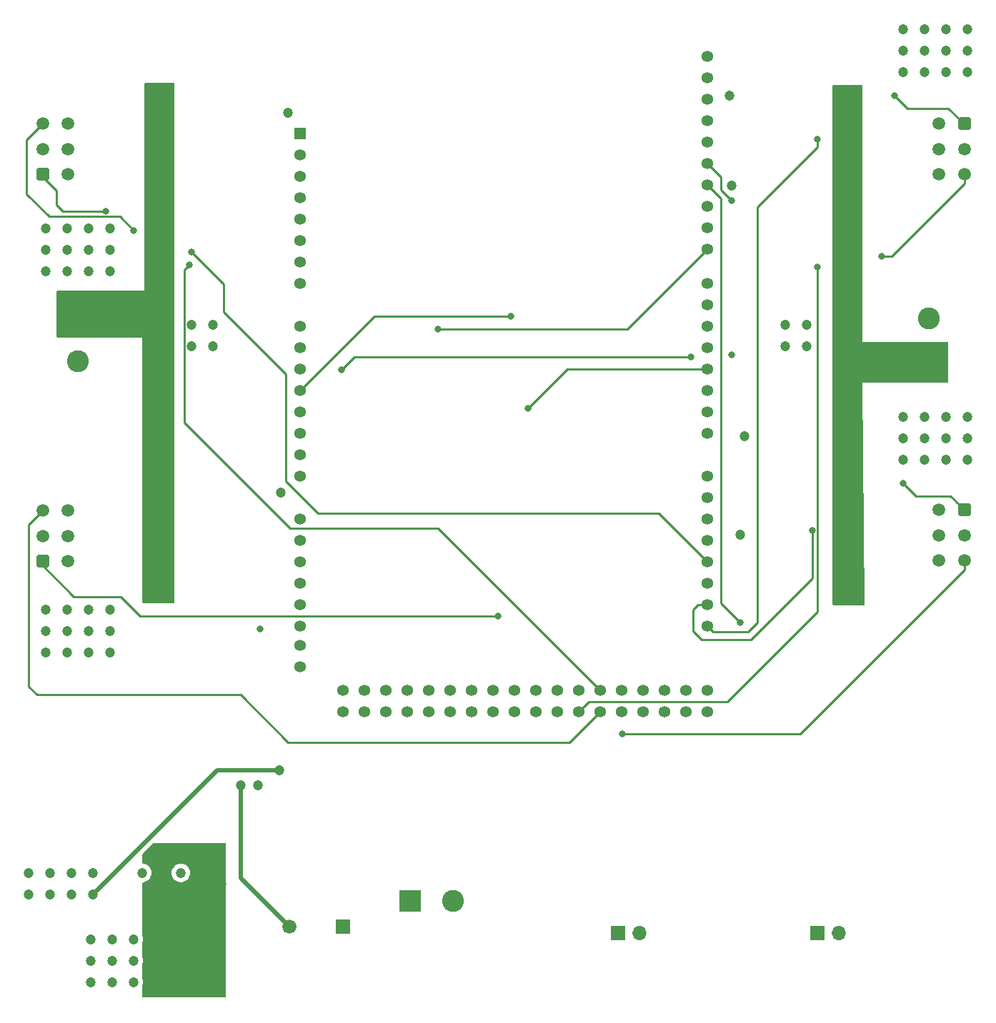
<source format=gbr>
%TF.GenerationSoftware,KiCad,Pcbnew,7.0.6*%
%TF.CreationDate,2023-07-10T17:04:03+08:00*%
%TF.ProjectId,rbc_circuits,7262635f-6369-4726-9375-6974732e6b69,1.0*%
%TF.SameCoordinates,Original*%
%TF.FileFunction,Copper,L4,Bot*%
%TF.FilePolarity,Positive*%
%FSLAX46Y46*%
G04 Gerber Fmt 4.6, Leading zero omitted, Abs format (unit mm)*
G04 Created by KiCad (PCBNEW 7.0.6) date 2023-07-10 17:04:03*
%MOMM*%
%LPD*%
G01*
G04 APERTURE LIST*
G04 Aperture macros list*
%AMRoundRect*
0 Rectangle with rounded corners*
0 $1 Rounding radius*
0 $2 $3 $4 $5 $6 $7 $8 $9 X,Y pos of 4 corners*
0 Add a 4 corners polygon primitive as box body*
4,1,4,$2,$3,$4,$5,$6,$7,$8,$9,$2,$3,0*
0 Add four circle primitives for the rounded corners*
1,1,$1+$1,$2,$3*
1,1,$1+$1,$4,$5*
1,1,$1+$1,$6,$7*
1,1,$1+$1,$8,$9*
0 Add four rect primitives between the rounded corners*
20,1,$1+$1,$2,$3,$4,$5,0*
20,1,$1+$1,$4,$5,$6,$7,0*
20,1,$1+$1,$6,$7,$8,$9,0*
20,1,$1+$1,$8,$9,$2,$3,0*%
G04 Aperture macros list end*
%TA.AperFunction,ComponentPad*%
%ADD10RoundRect,0.250001X-0.499999X0.499999X-0.499999X-0.499999X0.499999X-0.499999X0.499999X0.499999X0*%
%TD*%
%TA.AperFunction,ComponentPad*%
%ADD11C,1.500000*%
%TD*%
%TA.AperFunction,ComponentPad*%
%ADD12R,2.600000X2.600000*%
%TD*%
%TA.AperFunction,ComponentPad*%
%ADD13C,2.600000*%
%TD*%
%TA.AperFunction,ComponentPad*%
%ADD14R,1.700000X1.700000*%
%TD*%
%TA.AperFunction,ComponentPad*%
%ADD15O,1.700000X1.700000*%
%TD*%
%TA.AperFunction,ComponentPad*%
%ADD16R,1.680000X1.680000*%
%TD*%
%TA.AperFunction,ComponentPad*%
%ADD17C,1.680000*%
%TD*%
%TA.AperFunction,ComponentPad*%
%ADD18RoundRect,0.250001X0.499999X-0.499999X0.499999X0.499999X-0.499999X0.499999X-0.499999X-0.499999X0*%
%TD*%
%TA.AperFunction,ComponentPad*%
%ADD19C,1.358000*%
%TD*%
%TA.AperFunction,ComponentPad*%
%ADD20R,1.358000X1.358000*%
%TD*%
%TA.AperFunction,ViaPad*%
%ADD21C,1.200000*%
%TD*%
%TA.AperFunction,ViaPad*%
%ADD22C,0.800000*%
%TD*%
%TA.AperFunction,Conductor*%
%ADD23C,0.250000*%
%TD*%
%TA.AperFunction,Conductor*%
%ADD24C,0.500000*%
%TD*%
G04 APERTURE END LIST*
D10*
%TO.P,J7,1,Pin_1*%
%TO.N,4_HALL_A*%
X163200000Y-56038000D03*
D11*
%TO.P,J7,2,Pin_2*%
%TO.N,+5V*%
X163200000Y-59038000D03*
%TO.P,J7,3,Pin_3*%
%TO.N,4_HALL_B*%
X163200000Y-62038000D03*
%TO.P,J7,4,Pin_4*%
%TO.N,4_LOUT*%
X160200000Y-56038000D03*
%TO.P,J7,5,Pin_5*%
%TO.N,GND*%
X160200000Y-59038000D03*
%TO.P,J7,6,Pin_6*%
%TO.N,4_ROUT*%
X160200000Y-62038000D03*
%TD*%
D12*
%TO.P,J6,1,Pin_1*%
%TO.N,+12V*%
X58170000Y-79104000D03*
D13*
%TO.P,J6,2,Pin_2*%
%TO.N,GND*%
X58170000Y-84184000D03*
%TD*%
D12*
%TO.P,J1,1,Pin_1*%
%TO.N,Net-(J1-Pin_1)*%
X97540000Y-148192000D03*
D13*
%TO.P,J1,2,Pin_2*%
%TO.N,GND*%
X102620000Y-148192000D03*
%TD*%
D14*
%TO.P,J2,1,Pin_1*%
%TO.N,+5V*%
X145800000Y-152002000D03*
D15*
%TO.P,J2,2,Pin_2*%
%TO.N,GND*%
X148340000Y-152002000D03*
%TD*%
D10*
%TO.P,J8,1,Pin_1*%
%TO.N,3_HALL_A*%
X163200000Y-101854000D03*
D11*
%TO.P,J8,2,Pin_2*%
%TO.N,+5V*%
X163200000Y-104854000D03*
%TO.P,J8,3,Pin_3*%
%TO.N,3_HALL_B*%
X163200000Y-107854000D03*
%TO.P,J8,4,Pin_4*%
%TO.N,3_LOUT*%
X160200000Y-101854000D03*
%TO.P,J8,5,Pin_5*%
%TO.N,GND*%
X160200000Y-104854000D03*
%TO.P,J8,6,Pin_6*%
%TO.N,3_ROUT*%
X160200000Y-107854000D03*
%TD*%
D14*
%TO.P,J3,1,Pin_1*%
%TO.N,PI_TX*%
X122173000Y-152002000D03*
D15*
%TO.P,J3,2,Pin_2*%
%TO.N,PI_RX*%
X124713000Y-152002000D03*
%TD*%
D16*
%TO.P,JP2,1,1*%
%TO.N,Net-(J1-Pin_1)*%
X89585000Y-151245000D03*
D17*
%TO.P,JP2,2,2*%
%TO.N,+BATT*%
X83235000Y-151245000D03*
%TD*%
D12*
%TO.P,J9,1,Pin_1*%
%TO.N,+12P*%
X159006000Y-84194000D03*
D13*
%TO.P,J9,2,Pin_2*%
%TO.N,GND*%
X159006000Y-79114000D03*
%TD*%
D18*
%TO.P,J5,1,Pin_1*%
%TO.N,2_HALL_A*%
X53976000Y-107916000D03*
D11*
%TO.P,J5,2,Pin_2*%
%TO.N,+5V*%
X53976000Y-104916000D03*
%TO.P,J5,3,Pin_3*%
%TO.N,2_HALL_B*%
X53976000Y-101916000D03*
%TO.P,J5,4,Pin_4*%
%TO.N,2_LOUT*%
X56976000Y-107916000D03*
%TO.P,J5,5,Pin_5*%
%TO.N,GND*%
X56976000Y-104916000D03*
%TO.P,J5,6,Pin_6*%
%TO.N,2_ROUT*%
X56976000Y-101916000D03*
%TD*%
D18*
%TO.P,J4,1,Pin_1*%
%TO.N,1_HALL_A*%
X53976000Y-62038000D03*
D11*
%TO.P,J4,2,Pin_2*%
%TO.N,+5V*%
X53976000Y-59038000D03*
%TO.P,J4,3,Pin_3*%
%TO.N,1_HALL_B*%
X53976000Y-56038000D03*
%TO.P,J4,4,Pin_4*%
%TO.N,1_LOUT*%
X56976000Y-62038000D03*
%TO.P,J4,5,Pin_5*%
%TO.N,GND*%
X56976000Y-59038000D03*
%TO.P,J4,6,Pin_6*%
%TO.N,1_ROUT*%
X56976000Y-56038000D03*
%TD*%
D19*
%TO.P,A1,0,0*%
%TO.N,unconnected-(A1-Pad0)*%
X132718000Y-92730000D03*
%TO.P,A1,1,1*%
%TO.N,unconnected-(A1-Pad1)*%
X132718000Y-90190000D03*
%TO.P,A1,2,2*%
%TO.N,1_LPWM*%
X132718000Y-87650000D03*
%TO.P,A1,3,3*%
%TO.N,2_LPWM*%
X132718000Y-85110000D03*
%TO.P,A1,3V3,+3V3*%
%TO.N,unconnected-(A1-+3V3-Pad3V3)*%
X84458000Y-64790000D03*
%TO.P,A1,4,4*%
%TO.N,unconnected-(A1-Pad4)*%
X132718000Y-82570000D03*
%TO.P,A1,5,5*%
%TO.N,3_LPWM*%
X132718000Y-80030000D03*
%TO.P,A1,5V_1,+5V_1*%
%TO.N,+5V*%
X84458000Y-67330000D03*
%TO.P,A1,5V_2,+5V_2*%
%TO.N,unconnected-(A1-+5V_2-Pad5V_2)*%
X132718000Y-123210000D03*
%TO.P,A1,5V_3,+5V_3*%
%TO.N,unconnected-(A1-+5V_3-Pad5V_3)*%
X132718000Y-125750000D03*
%TO.P,A1,6,6*%
%TO.N,4_LPWM*%
X132718000Y-77490000D03*
%TO.P,A1,7,7*%
%TO.N,1_RPWM*%
X132718000Y-74950000D03*
%TO.P,A1,8,8*%
%TO.N,2_RPWM*%
X132718000Y-70886000D03*
%TO.P,A1,9,9*%
%TO.N,unconnected-(A1-Pad9)*%
X132718000Y-68346000D03*
%TO.P,A1,10,10*%
%TO.N,unconnected-(A1-Pad10)*%
X132718000Y-65806000D03*
%TO.P,A1,11,11*%
%TO.N,3_RPWM*%
X132718000Y-63266000D03*
%TO.P,A1,12,12*%
%TO.N,4_RPWM*%
X132718000Y-60726000D03*
%TO.P,A1,13,13*%
%TO.N,unconnected-(A1-Pad13)*%
X132718000Y-58186000D03*
%TO.P,A1,14,14*%
%TO.N,Net-(A1-Pad14)*%
X132718000Y-97810000D03*
%TO.P,A1,15,15*%
%TO.N,PI_TX*%
X132718000Y-100350000D03*
%TO.P,A1,16,16*%
%TO.N,unconnected-(A1-Pad16)*%
X132718000Y-102890000D03*
%TO.P,A1,17,17*%
%TO.N,unconnected-(A1-Pad17)*%
X132718000Y-105430000D03*
%TO.P,A1,18,18*%
%TO.N,1_HALL_A*%
X132718000Y-107970000D03*
%TO.P,A1,19,19*%
%TO.N,2_HALL_A*%
X132718000Y-110510000D03*
%TO.P,A1,20,20*%
%TO.N,3_HALL_A*%
X132718000Y-113050000D03*
%TO.P,A1,21,21*%
%TO.N,4_HALL_A*%
X132718000Y-115590000D03*
%TO.P,A1,22,22*%
%TO.N,unconnected-(A1-Pad22)*%
X130178000Y-123210000D03*
%TO.P,A1,23,23*%
%TO.N,unconnected-(A1-Pad23)*%
X130178000Y-125750000D03*
%TO.P,A1,24,24*%
%TO.N,unconnected-(A1-Pad24)*%
X127638000Y-123210000D03*
%TO.P,A1,25,25*%
%TO.N,unconnected-(A1-Pad25)*%
X127638000Y-125750000D03*
%TO.P,A1,26,26*%
%TO.N,unconnected-(A1-Pad26)*%
X125098000Y-123210000D03*
%TO.P,A1,27,27*%
%TO.N,unconnected-(A1-Pad27)*%
X125098000Y-125750000D03*
%TO.P,A1,28,28*%
%TO.N,unconnected-(A1-Pad28)*%
X122558000Y-123210000D03*
%TO.P,A1,29,29*%
%TO.N,unconnected-(A1-Pad29)*%
X122558000Y-125750000D03*
%TO.P,A1,30,30*%
%TO.N,1_HALL_B*%
X120018000Y-123210000D03*
%TO.P,A1,31,31*%
%TO.N,2_HALL_B*%
X120018000Y-125750000D03*
%TO.P,A1,32,32*%
%TO.N,3_HALL_B*%
X117478000Y-123210000D03*
%TO.P,A1,33,33*%
%TO.N,4_HALL_B*%
X117478000Y-125750000D03*
%TO.P,A1,34,34*%
%TO.N,unconnected-(A1-Pad34)*%
X114938000Y-123210000D03*
%TO.P,A1,35,35*%
%TO.N,unconnected-(A1-Pad35)*%
X114938000Y-125750000D03*
%TO.P,A1,36,36*%
%TO.N,unconnected-(A1-Pad36)*%
X112398000Y-123210000D03*
%TO.P,A1,37,37*%
%TO.N,unconnected-(A1-Pad37)*%
X112398000Y-125750000D03*
%TO.P,A1,38,38*%
%TO.N,unconnected-(A1-Pad38)*%
X109858000Y-123210000D03*
%TO.P,A1,39,39*%
%TO.N,unconnected-(A1-Pad39)*%
X109858000Y-125750000D03*
%TO.P,A1,40,40*%
%TO.N,unconnected-(A1-Pad40)*%
X107318000Y-123210000D03*
%TO.P,A1,41,41*%
%TO.N,unconnected-(A1-Pad41)*%
X107318000Y-125750000D03*
%TO.P,A1,42,42*%
%TO.N,unconnected-(A1-Pad42)*%
X104778000Y-123210000D03*
%TO.P,A1,43,43*%
%TO.N,unconnected-(A1-Pad43)*%
X104778000Y-125750000D03*
%TO.P,A1,44,44*%
%TO.N,unconnected-(A1-Pad44)*%
X102238000Y-123210000D03*
%TO.P,A1,45,45*%
%TO.N,unconnected-(A1-Pad45)*%
X102238000Y-125750000D03*
%TO.P,A1,46,46*%
%TO.N,unconnected-(A1-Pad46)*%
X99698000Y-123210000D03*
%TO.P,A1,47,47*%
%TO.N,unconnected-(A1-Pad47)*%
X99698000Y-125750000D03*
%TO.P,A1,48,48*%
%TO.N,unconnected-(A1-Pad48)*%
X97158000Y-123210000D03*
%TO.P,A1,49,49*%
%TO.N,unconnected-(A1-Pad49)*%
X97158000Y-125750000D03*
%TO.P,A1,50,50*%
%TO.N,unconnected-(A1-Pad50)*%
X94618000Y-123210000D03*
%TO.P,A1,51,51*%
%TO.N,unconnected-(A1-Pad51)*%
X94618000Y-125750000D03*
%TO.P,A1,52,52*%
%TO.N,unconnected-(A1-Pad52)*%
X92078000Y-123210000D03*
%TO.P,A1,53,53*%
%TO.N,unconnected-(A1-Pad53)*%
X92078000Y-125750000D03*
%TO.P,A1,AD0,AD0*%
%TO.N,1_IS*%
X84458000Y-80030000D03*
%TO.P,A1,AD1,AD1*%
%TO.N,2_IS*%
X84458000Y-82570000D03*
%TO.P,A1,AD2,AD2*%
%TO.N,3_IS*%
X84458000Y-85110000D03*
%TO.P,A1,AD3,AD3*%
%TO.N,4_IS*%
X84458000Y-87650000D03*
%TO.P,A1,AD4,AD4*%
%TO.N,unconnected-(A1-PadAD4)*%
X84458000Y-90190000D03*
%TO.P,A1,AD5,AD5*%
%TO.N,unconnected-(A1-PadAD5)*%
X84458000Y-92730000D03*
%TO.P,A1,AD6,AD6*%
%TO.N,unconnected-(A1-PadAD6)*%
X84458000Y-95270000D03*
%TO.P,A1,AD7,AD7*%
%TO.N,unconnected-(A1-PadAD7)*%
X84458000Y-97810000D03*
%TO.P,A1,AD8,AD8*%
%TO.N,unconnected-(A1-PadAD8)*%
X84458000Y-102890000D03*
%TO.P,A1,AD9,AD9*%
%TO.N,unconnected-(A1-PadAD9)*%
X84458000Y-105430000D03*
%TO.P,A1,AD10,AD10*%
%TO.N,unconnected-(A1-PadAD10)*%
X84458000Y-107970000D03*
%TO.P,A1,AD11,AD11*%
%TO.N,unconnected-(A1-PadAD11)*%
X84458000Y-110510000D03*
%TO.P,A1,AD12,AD12*%
%TO.N,unconnected-(A1-PadAD12)*%
X84458000Y-113050000D03*
%TO.P,A1,AD13,AD13*%
%TO.N,unconnected-(A1-PadAD13)*%
X84458000Y-115590000D03*
%TO.P,A1,AD14,AD14*%
%TO.N,unconnected-(A1-PadAD14)*%
X84458000Y-117876000D03*
%TO.P,A1,AD15,AD15*%
%TO.N,unconnected-(A1-PadAD15)*%
X84458000Y-120416000D03*
%TO.P,A1,AREF,AREF*%
%TO.N,unconnected-(A1-PadAREF)*%
X132718000Y-53106000D03*
%TO.P,A1,GND1,GND1*%
%TO.N,GND*%
X84458000Y-69870000D03*
%TO.P,A1,GND2,GND2*%
%TO.N,unconnected-(A1-PadGND2)*%
X84458000Y-72410000D03*
%TO.P,A1,GND3,GND3*%
%TO.N,unconnected-(A1-PadGND3)*%
X132718000Y-55646000D03*
%TO.P,A1,GND4,GND4*%
%TO.N,unconnected-(A1-PadGND4)*%
X89538000Y-123210000D03*
%TO.P,A1,GND5,GND5*%
%TO.N,unconnected-(A1-PadGND5)*%
X89538000Y-125750000D03*
%TO.P,A1,IOREF,IOREF*%
%TO.N,unconnected-(A1-PadIOREF)*%
X84458000Y-59710000D03*
D20*
%TO.P,A1,NC,NC*%
%TO.N,unconnected-(A1-PadNC)*%
X84458000Y-57170000D03*
D19*
%TO.P,A1,RESET,RESET*%
%TO.N,unconnected-(A1-PadRESET)*%
X84458000Y-62250000D03*
%TO.P,A1,SCL,SCL*%
%TO.N,unconnected-(A1-PadSCL)*%
X132718000Y-48026000D03*
%TO.P,A1,SDA,SDA*%
%TO.N,unconnected-(A1-PadSDA)*%
X132718000Y-50566000D03*
%TO.P,A1,VIN,VIN*%
%TO.N,unconnected-(A1-PadVIN)*%
X84458000Y-74950000D03*
%TD*%
D21*
%TO.N,+BATT*%
X77474000Y-134476000D03*
%TO.N,GND*%
X161040000Y-93328000D03*
X144530000Y-82406000D03*
X71632000Y-79866000D03*
X158500000Y-90788000D03*
X61980000Y-118728000D03*
X56900000Y-118728000D03*
X59440000Y-70976000D03*
X65790000Y-144890000D03*
X61980000Y-70976000D03*
X74172000Y-79866000D03*
X163580000Y-90788000D03*
X158500000Y-95868000D03*
X61980000Y-113648000D03*
X163580000Y-49894000D03*
X54360000Y-68436000D03*
X155960000Y-47354000D03*
X163580000Y-95868000D03*
X158500000Y-93328000D03*
X163580000Y-93328000D03*
X54360000Y-118728000D03*
X158500000Y-47354000D03*
X57408000Y-147430000D03*
X59440000Y-68436000D03*
X59440000Y-113648000D03*
X54868000Y-144890000D03*
X161040000Y-47354000D03*
X54360000Y-113648000D03*
X79506000Y-134476000D03*
X52328000Y-144890000D03*
X155960000Y-44814000D03*
X56900000Y-73516000D03*
X54360000Y-70976000D03*
X52328000Y-147430000D03*
X59948000Y-144890000D03*
X158500000Y-44814000D03*
X161040000Y-95868000D03*
X56900000Y-68436000D03*
X163580000Y-47354000D03*
X141990000Y-82406000D03*
X54360000Y-73516000D03*
X56900000Y-70976000D03*
X57408000Y-144890000D03*
X161040000Y-49894000D03*
X56900000Y-113648000D03*
X61980000Y-68436000D03*
X141990000Y-79866000D03*
X74172000Y-82406000D03*
X161040000Y-44814000D03*
X155960000Y-90788000D03*
X71632000Y-82406000D03*
X155960000Y-93328000D03*
X158500000Y-49894000D03*
X59440000Y-116188000D03*
X161040000Y-90788000D03*
X155960000Y-49894000D03*
X59440000Y-73516000D03*
X61980000Y-73516000D03*
X163580000Y-44814000D03*
X56900000Y-116188000D03*
X54868000Y-147430000D03*
X70362000Y-144890000D03*
X61980000Y-116188000D03*
X155960000Y-95868000D03*
X54360000Y-116188000D03*
X144530000Y-79866000D03*
X59440000Y-118728000D03*
%TO.N,Net-(U1-SW)*%
X68330000Y-142096000D03*
X71632000Y-155304000D03*
X74172000Y-157844000D03*
X75188000Y-146160000D03*
X71632000Y-157844000D03*
X74172000Y-155304000D03*
%TO.N,+5V*%
X59694000Y-155304000D03*
X135386000Y-52688000D03*
X59694000Y-152764000D03*
X62234000Y-152764000D03*
D22*
X79760000Y-115934000D03*
D21*
X62234000Y-157844000D03*
X64774000Y-152764000D03*
X137164000Y-93074000D03*
X83062000Y-54720000D03*
X64774000Y-157844000D03*
X59694000Y-157844000D03*
X136656000Y-104758000D03*
X62234000Y-155304000D03*
X82173000Y-99805000D03*
X135640000Y-63356000D03*
X64774000Y-155304000D03*
%TO.N,Net-(C6-Pad1)*%
X59948000Y-147430000D03*
X82046000Y-132698000D03*
D22*
%TO.N,+12V*%
X68584000Y-98694000D03*
X67184000Y-63134000D03*
X67184000Y-65134000D03*
X67184000Y-111108000D03*
X67184000Y-109108000D03*
X67060000Y-54688000D03*
X67184000Y-98694000D03*
X68584000Y-111108000D03*
X68460000Y-52688000D03*
X68584000Y-109108000D03*
X68584000Y-100694000D03*
X68584000Y-63134000D03*
X67060000Y-52688000D03*
X68460000Y-54688000D03*
X68584000Y-65134000D03*
X67184000Y-100694000D03*
%TO.N,4_IS*%
X109478000Y-78850000D03*
%TO.N,3_IS*%
X130814000Y-83676000D03*
X135640000Y-83422000D03*
X89412000Y-85200000D03*
%TO.N,+12P*%
X150118000Y-100694000D03*
X148718000Y-52720000D03*
X150118000Y-111108000D03*
X150118000Y-98694000D03*
X148718000Y-109108000D03*
X148718000Y-65388000D03*
X148718000Y-98694000D03*
X148718000Y-54720000D03*
X150118000Y-109108000D03*
X150118000Y-54720000D03*
X148718000Y-111108000D03*
X150118000Y-63388000D03*
X150118000Y-52720000D03*
X150118000Y-65388000D03*
X148718000Y-100694000D03*
X148718000Y-63388000D03*
%TO.N,2_HALL_A*%
X107954000Y-114410000D03*
%TO.N,1_HALL_A*%
X71632000Y-71230000D03*
X61472000Y-66404000D03*
%TO.N,1_HALL_B*%
X64774000Y-68690000D03*
X71378000Y-72754000D03*
%TO.N,4_HALL_A*%
X154944000Y-52688000D03*
X145796000Y-57912000D03*
%TO.N,4_HALL_B*%
X153420000Y-71738000D03*
X145800000Y-73008000D03*
%TO.N,3_HALL_A*%
X145148500Y-104250000D03*
X155960000Y-98662000D03*
%TO.N,3_HALL_B*%
X122686000Y-128380000D03*
%TO.N,2_LPWM*%
X111510000Y-89772000D03*
%TO.N,2_RPWM*%
X100842000Y-80374000D03*
%TO.N,4_RPWM*%
X135640000Y-65134000D03*
%TO.N,3_RPWM*%
X136656000Y-115172000D03*
%TD*%
D23*
%TO.N,4_HALL_A*%
X133397000Y-116269000D02*
X132718000Y-115590000D01*
X137591000Y-116269000D02*
X133397000Y-116269000D01*
X138688000Y-115172000D02*
X137591000Y-116269000D01*
X138688000Y-65896000D02*
X138688000Y-115172000D01*
X145796000Y-58788000D02*
X138688000Y-65896000D01*
X145796000Y-57912000D02*
X145796000Y-58788000D01*
D24*
%TO.N,+BATT*%
X77474000Y-145484000D02*
X83235000Y-151245000D01*
X77474000Y-134476000D02*
X77474000Y-145484000D01*
%TO.N,Net-(C6-Pad1)*%
X59948000Y-147430000D02*
X74680000Y-132698000D01*
X74680000Y-132698000D02*
X82046000Y-132698000D01*
D23*
%TO.N,4_IS*%
X109478000Y-78850000D02*
X93258000Y-78850000D01*
X93258000Y-78850000D02*
X84458000Y-87650000D01*
%TO.N,3_IS*%
X130814000Y-83676000D02*
X90936000Y-83676000D01*
X90936000Y-83676000D02*
X89412000Y-85200000D01*
%TO.N,2_HALL_A*%
X65536000Y-114410000D02*
X107954000Y-114410000D01*
X63250000Y-112124000D02*
X65536000Y-114410000D01*
X57662000Y-112124000D02*
X63250000Y-112124000D01*
X53976000Y-108438000D02*
X57662000Y-112124000D01*
X53976000Y-107916000D02*
X53976000Y-108438000D01*
%TO.N,2_HALL_B*%
X83062000Y-129396000D02*
X116372000Y-129396000D01*
X116372000Y-129396000D02*
X120018000Y-125750000D01*
X77437000Y-123771000D02*
X83062000Y-129396000D01*
X52328000Y-122792000D02*
X53307000Y-123771000D01*
X53307000Y-123771000D02*
X77437000Y-123771000D01*
X52328000Y-103564000D02*
X52328000Y-122792000D01*
X53976000Y-101916000D02*
X52328000Y-103564000D01*
%TO.N,1_HALL_A*%
X55630000Y-63995094D02*
X53976000Y-62341094D01*
X58170000Y-66404000D02*
X61472000Y-66404000D01*
X55630000Y-65642000D02*
X55630000Y-63995094D01*
X53976000Y-62341094D02*
X53976000Y-62038000D01*
X71632000Y-71230000D02*
X75442000Y-75040000D01*
X82808000Y-98408000D02*
X86618000Y-102218000D01*
X82808000Y-85708000D02*
X82808000Y-98408000D01*
X75442000Y-75040000D02*
X75442000Y-78342000D01*
X126966000Y-102218000D02*
X132718000Y-107970000D01*
X58170000Y-66404000D02*
X56392000Y-66404000D01*
X56392000Y-66404000D02*
X55630000Y-65642000D01*
X75442000Y-78342000D02*
X82808000Y-85708000D01*
X86618000Y-102218000D02*
X126966000Y-102218000D01*
%TO.N,1_HALL_B*%
X70780000Y-73352000D02*
X70780000Y-91460000D01*
X63140000Y-67056000D02*
X64774000Y-68690000D01*
X71378000Y-72754000D02*
X70780000Y-73352000D01*
X52074000Y-57940000D02*
X52074000Y-64372000D01*
X54758000Y-67056000D02*
X63140000Y-67056000D01*
X100804000Y-103996000D02*
X120018000Y-123210000D01*
X53976000Y-56038000D02*
X52074000Y-57940000D01*
X83316000Y-103996000D02*
X100804000Y-103996000D01*
X70780000Y-91460000D02*
X83316000Y-103996000D01*
X52074000Y-64372000D02*
X54758000Y-67056000D01*
%TO.N,4_HALL_A*%
X161294000Y-54212000D02*
X156468000Y-54212000D01*
X163120000Y-56038000D02*
X161294000Y-54212000D01*
X156468000Y-54212000D02*
X154944000Y-52688000D01*
X163200000Y-56038000D02*
X163120000Y-56038000D01*
%TO.N,4_HALL_B*%
X145800000Y-113902000D02*
X135132000Y-124570000D01*
X163200000Y-63098660D02*
X154560660Y-71738000D01*
X135132000Y-124570000D02*
X118658000Y-124570000D01*
X163200000Y-62038000D02*
X163200000Y-63098660D01*
X154560660Y-71738000D02*
X153420000Y-71738000D01*
X145800000Y-73008000D02*
X145800000Y-113902000D01*
X118658000Y-124570000D02*
X117478000Y-125750000D01*
%TO.N,3_HALL_A*%
X137926000Y-117204000D02*
X132084000Y-117204000D01*
X162198000Y-100852000D02*
X162198000Y-100836000D01*
X145148500Y-109981500D02*
X137926000Y-117204000D01*
X163200000Y-101854000D02*
X162198000Y-100852000D01*
X145148500Y-104250000D02*
X145148500Y-109981500D01*
X157484000Y-100186000D02*
X155960000Y-98662000D01*
X131666000Y-113050000D02*
X132718000Y-113050000D01*
X162198000Y-100836000D02*
X161548000Y-100186000D01*
X161548000Y-100186000D02*
X157484000Y-100186000D01*
X131068000Y-116188000D02*
X131068000Y-113648000D01*
X132084000Y-117204000D02*
X131068000Y-116188000D01*
X131068000Y-113648000D02*
X131666000Y-113050000D01*
%TO.N,3_HALL_B*%
X163200000Y-107854000D02*
X163200000Y-108914660D01*
X163200000Y-108914660D02*
X143734660Y-128380000D01*
X143734660Y-128380000D02*
X122686000Y-128380000D01*
%TO.N,2_LPWM*%
X116172000Y-85110000D02*
X132718000Y-85110000D01*
X111510000Y-89772000D02*
X116172000Y-85110000D01*
%TO.N,2_RPWM*%
X100842000Y-80374000D02*
X123230000Y-80374000D01*
X123230000Y-80374000D02*
X132718000Y-70886000D01*
%TO.N,4_RPWM*%
X134370000Y-63864000D02*
X134370000Y-62378000D01*
X135640000Y-65134000D02*
X134370000Y-63864000D01*
X134370000Y-62378000D02*
X132718000Y-60726000D01*
%TO.N,3_RPWM*%
X136656000Y-115172000D02*
X134370000Y-112886000D01*
X134370000Y-64918000D02*
X132718000Y-63266000D01*
X134370000Y-112886000D02*
X134370000Y-64918000D01*
%TD*%
%TA.AperFunction,Conductor*%
%TO.N,Net-(U1-SW)*%
G36*
X75639039Y-141353685D02*
G01*
X75684794Y-141406489D01*
X75696000Y-141458000D01*
X75696000Y-159555500D01*
X75676315Y-159622539D01*
X75623511Y-159668294D01*
X75572000Y-159679500D01*
X65914000Y-159679500D01*
X65846961Y-159659815D01*
X65801206Y-159607011D01*
X65790000Y-159555500D01*
X65790000Y-159555499D01*
X65790000Y-158301693D01*
X65803004Y-158246418D01*
X65804582Y-158243250D01*
X65860397Y-158047083D01*
X65879215Y-157844000D01*
X65860397Y-157640917D01*
X65804582Y-157444750D01*
X65804579Y-157444745D01*
X65804579Y-157444742D01*
X65802998Y-157441567D01*
X65790000Y-157386300D01*
X65790000Y-155761698D01*
X65802999Y-155706428D01*
X65804582Y-155703250D01*
X65860397Y-155507083D01*
X65879215Y-155304000D01*
X65860397Y-155100917D01*
X65804582Y-154904750D01*
X65804579Y-154904745D01*
X65804579Y-154904742D01*
X65802998Y-154901567D01*
X65790000Y-154846300D01*
X65790000Y-153221698D01*
X65802999Y-153166428D01*
X65804582Y-153163250D01*
X65860397Y-152967083D01*
X65879215Y-152764000D01*
X65860397Y-152560917D01*
X65804582Y-152364750D01*
X65803001Y-152361575D01*
X65790000Y-152306304D01*
X65790000Y-146112530D01*
X65809685Y-146045491D01*
X65862489Y-145999736D01*
X65891216Y-145990641D01*
X65891970Y-145990500D01*
X65891976Y-145990500D01*
X66092456Y-145953024D01*
X66282637Y-145879348D01*
X66456041Y-145771981D01*
X66606764Y-145634579D01*
X66729673Y-145471821D01*
X66820582Y-145289250D01*
X66876397Y-145093083D01*
X66895215Y-144890000D01*
X69256785Y-144890000D01*
X69275602Y-145093082D01*
X69331417Y-145289247D01*
X69331422Y-145289260D01*
X69422327Y-145471821D01*
X69545237Y-145634581D01*
X69695958Y-145771980D01*
X69695960Y-145771982D01*
X69795141Y-145833392D01*
X69869363Y-145879348D01*
X70059544Y-145953024D01*
X70260024Y-145990500D01*
X70260026Y-145990500D01*
X70463974Y-145990500D01*
X70463976Y-145990500D01*
X70664456Y-145953024D01*
X70854637Y-145879348D01*
X71028041Y-145771981D01*
X71178764Y-145634579D01*
X71301673Y-145471821D01*
X71392582Y-145289250D01*
X71448397Y-145093083D01*
X71467215Y-144890000D01*
X71448397Y-144686917D01*
X71392582Y-144490750D01*
X71301673Y-144308179D01*
X71178764Y-144145421D01*
X71178762Y-144145418D01*
X71028041Y-144008019D01*
X71028039Y-144008017D01*
X70854642Y-143900655D01*
X70854635Y-143900651D01*
X70759546Y-143863814D01*
X70664456Y-143826976D01*
X70463976Y-143789500D01*
X70260024Y-143789500D01*
X70059544Y-143826976D01*
X70059541Y-143826976D01*
X70059541Y-143826977D01*
X69869364Y-143900651D01*
X69869357Y-143900655D01*
X69695960Y-144008017D01*
X69695958Y-144008019D01*
X69545237Y-144145418D01*
X69422327Y-144308178D01*
X69331422Y-144490739D01*
X69331417Y-144490752D01*
X69275602Y-144686917D01*
X69256785Y-144889999D01*
X69256785Y-144890000D01*
X66895215Y-144890000D01*
X66876397Y-144686917D01*
X66820582Y-144490750D01*
X66729673Y-144308179D01*
X66606764Y-144145421D01*
X66606762Y-144145418D01*
X66456041Y-144008019D01*
X66456039Y-144008017D01*
X66282642Y-143900655D01*
X66282635Y-143900651D01*
X66187546Y-143863813D01*
X66092456Y-143826976D01*
X65891976Y-143789500D01*
X65891975Y-143789500D01*
X65891215Y-143789358D01*
X65828934Y-143757690D01*
X65793661Y-143697377D01*
X65790000Y-143667469D01*
X65790000Y-142700729D01*
X65809685Y-142633690D01*
X65826316Y-142613051D01*
X67069048Y-141370319D01*
X67130372Y-141336834D01*
X67156730Y-141334000D01*
X75572000Y-141334000D01*
X75639039Y-141353685D01*
G37*
%TD.AperFunction*%
%TD*%
%TA.AperFunction,Conductor*%
%TO.N,+12P*%
G36*
X151077039Y-51437685D02*
G01*
X151122794Y-51490489D01*
X151134000Y-51541999D01*
X151134000Y-81898000D01*
X161170000Y-81898000D01*
X161237039Y-81917685D01*
X161282794Y-81970489D01*
X161294000Y-82022000D01*
X161294000Y-86600000D01*
X161274315Y-86667039D01*
X161221511Y-86712794D01*
X161170000Y-86724000D01*
X151134000Y-86724000D01*
X151386796Y-113014808D01*
X151367757Y-113082033D01*
X151315396Y-113128294D01*
X151262802Y-113140000D01*
X147702000Y-113140000D01*
X147634961Y-113120315D01*
X147589206Y-113067511D01*
X147578000Y-113016000D01*
X147578000Y-51542000D01*
X147597685Y-51474961D01*
X147650489Y-51429206D01*
X147702000Y-51418000D01*
X151010000Y-51418000D01*
X151077039Y-51437685D01*
G37*
%TD.AperFunction*%
%TD*%
%TA.AperFunction,Conductor*%
%TO.N,+12V*%
G36*
X69543039Y-51183685D02*
G01*
X69588794Y-51236489D01*
X69600000Y-51288000D01*
X69600000Y-112762000D01*
X69580315Y-112829039D01*
X69527511Y-112874794D01*
X69476000Y-112886000D01*
X65914000Y-112886000D01*
X65846961Y-112866315D01*
X65801206Y-112813511D01*
X65790000Y-112762000D01*
X65790000Y-81390000D01*
X55754000Y-81390000D01*
X55686961Y-81370315D01*
X55641206Y-81317511D01*
X55630000Y-81266000D01*
X55630000Y-75926000D01*
X55649685Y-75858961D01*
X55702489Y-75813206D01*
X55754000Y-75802000D01*
X66044000Y-75802000D01*
X66044000Y-51288000D01*
X66063685Y-51220961D01*
X66116489Y-51175206D01*
X66168000Y-51164000D01*
X69476000Y-51164000D01*
X69543039Y-51183685D01*
G37*
%TD.AperFunction*%
%TD*%
M02*

</source>
